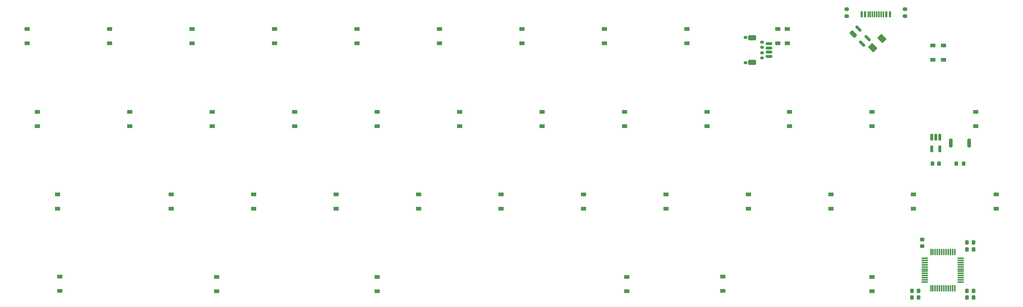
<source format=gbr>
G04 #@! TF.GenerationSoftware,KiCad,Pcbnew,8.0.8*
G04 #@! TF.CreationDate,2025-05-03T21:43:53+02:00*
G04 #@! TF.ProjectId,PowerVan JST revision,506f7765-7256-4616-9e20-4a5354207265,rev?*
G04 #@! TF.SameCoordinates,Original*
G04 #@! TF.FileFunction,Paste,Bot*
G04 #@! TF.FilePolarity,Positive*
%FSLAX46Y46*%
G04 Gerber Fmt 4.6, Leading zero omitted, Abs format (unit mm)*
G04 Created by KiCad (PCBNEW 8.0.8) date 2025-05-03 21:43:53*
%MOMM*%
%LPD*%
G01*
G04 APERTURE LIST*
G04 Aperture macros list*
%AMRoundRect*
0 Rectangle with rounded corners*
0 $1 Rounding radius*
0 $2 $3 $4 $5 $6 $7 $8 $9 X,Y pos of 4 corners*
0 Add a 4 corners polygon primitive as box body*
4,1,4,$2,$3,$4,$5,$6,$7,$8,$9,$2,$3,0*
0 Add four circle primitives for the rounded corners*
1,1,$1+$1,$2,$3*
1,1,$1+$1,$4,$5*
1,1,$1+$1,$6,$7*
1,1,$1+$1,$8,$9*
0 Add four rect primitives between the rounded corners*
20,1,$1+$1,$2,$3,$4,$5,0*
20,1,$1+$1,$4,$5,$6,$7,0*
20,1,$1+$1,$6,$7,$8,$9,0*
20,1,$1+$1,$8,$9,$2,$3,0*%
G04 Aperture macros list end*
%ADD10R,1.200000X0.900000*%
%ADD11R,0.600000X1.450000*%
%ADD12R,0.300000X1.450000*%
%ADD13RoundRect,0.225000X-0.225000X-0.250000X0.225000X-0.250000X0.225000X0.250000X-0.225000X0.250000X0*%
%ADD14RoundRect,0.200000X-0.200000X-0.800000X0.200000X-0.800000X0.200000X0.800000X-0.200000X0.800000X0*%
%ADD15RoundRect,0.225000X0.250000X-0.225000X0.250000X0.225000X-0.250000X0.225000X-0.250000X-0.225000X0*%
%ADD16RoundRect,0.200000X0.275000X-0.200000X0.275000X0.200000X-0.275000X0.200000X-0.275000X-0.200000X0*%
%ADD17RoundRect,0.250001X-0.114905X0.768977X-0.768977X0.114905X0.114905X-0.768977X0.768977X-0.114905X0*%
%ADD18RoundRect,0.150000X0.625000X-0.150000X0.625000X0.150000X-0.625000X0.150000X-0.625000X-0.150000X0*%
%ADD19RoundRect,0.250000X0.650000X-0.350000X0.650000X0.350000X-0.650000X0.350000X-0.650000X-0.350000X0*%
%ADD20RoundRect,0.225000X0.225000X0.250000X-0.225000X0.250000X-0.225000X-0.250000X0.225000X-0.250000X0*%
%ADD21RoundRect,0.225000X0.375000X-0.225000X0.375000X0.225000X-0.375000X0.225000X-0.375000X-0.225000X0*%
%ADD22RoundRect,0.200000X-0.200000X-0.275000X0.200000X-0.275000X0.200000X0.275000X-0.200000X0.275000X0*%
%ADD23RoundRect,0.250000X-0.601041X0.247487X0.247487X-0.601041X0.601041X-0.247487X-0.247487X0.601041X0*%
%ADD24RoundRect,0.150000X-0.601041X0.388909X0.388909X-0.601041X0.601041X-0.388909X-0.388909X0.601041X0*%
%ADD25RoundRect,0.075000X0.075000X-0.662500X0.075000X0.662500X-0.075000X0.662500X-0.075000X-0.662500X0*%
%ADD26RoundRect,0.075000X0.662500X-0.075000X0.662500X0.075000X-0.662500X0.075000X-0.662500X-0.075000X0*%
%ADD27RoundRect,0.162500X-0.162500X0.617500X-0.162500X-0.617500X0.162500X-0.617500X0.162500X0.617500X0*%
%ADD28RoundRect,0.150000X0.275000X-0.150000X0.275000X0.150000X-0.275000X0.150000X-0.275000X-0.150000X0*%
%ADD29RoundRect,0.175000X0.225000X-0.175000X0.225000X0.175000X-0.225000X0.175000X-0.225000X-0.175000X0*%
G04 APERTURE END LIST*
D10*
X413957000Y-210470000D03*
X413957000Y-207170000D03*
X328613000Y-229512000D03*
X328613000Y-226212000D03*
X394859500Y-210462000D03*
X394859500Y-207162000D03*
X271034500Y-229512000D03*
X271034500Y-226212000D03*
X197644250Y-229456500D03*
X197644250Y-226156500D03*
X233950500Y-229512000D03*
X233950500Y-226212000D03*
X350838000Y-229456500D03*
X350838000Y-226156500D03*
X385334500Y-229512000D03*
X385334500Y-226212000D03*
X271034500Y-191412000D03*
X271034500Y-188112000D03*
X409258000Y-191412000D03*
X409258000Y-188112000D03*
X261509500Y-210462000D03*
X261509500Y-207162000D03*
X375809500Y-210462000D03*
X375809500Y-207162000D03*
X356759500Y-210462000D03*
X356759500Y-207162000D03*
X280559500Y-210462000D03*
X280559500Y-207162000D03*
X337709500Y-210462000D03*
X337709500Y-207162000D03*
X192469000Y-191412000D03*
X192469000Y-188112000D03*
X318659500Y-210462000D03*
X318659500Y-207162000D03*
X242459500Y-210462000D03*
X242459500Y-207162000D03*
X366284500Y-191412000D03*
X366284500Y-188112000D03*
X232934500Y-191412000D03*
X232934500Y-188112000D03*
X213884500Y-191412000D03*
X213884500Y-188112000D03*
X347234500Y-191412000D03*
X347234500Y-188112000D03*
X290084500Y-191412000D03*
X290084500Y-188112000D03*
X309134500Y-191412000D03*
X309134500Y-188112000D03*
X299609500Y-210462000D03*
X299609500Y-207162000D03*
X223409500Y-210462000D03*
X223409500Y-207162000D03*
X385334500Y-191412000D03*
X385334500Y-188112000D03*
X328184500Y-191412000D03*
X328184500Y-188112000D03*
X251984500Y-191412000D03*
X251984500Y-188112000D03*
X342503750Y-172298500D03*
X342503750Y-168998500D03*
X399352000Y-172753000D03*
X399352000Y-176053000D03*
X365770000Y-172306500D03*
X365770000Y-169006500D03*
X323453750Y-172298500D03*
X323453750Y-168998500D03*
X209153750Y-172298500D03*
X209153750Y-168998500D03*
X304403750Y-172298500D03*
X304403750Y-168998500D03*
X285353750Y-172298500D03*
X285353750Y-168998500D03*
X266303750Y-172298500D03*
X266303750Y-168998500D03*
X228203750Y-172298500D03*
X228203750Y-168998500D03*
X247253750Y-172298500D03*
X247253750Y-168998500D03*
X401765000Y-176053000D03*
X401765000Y-172753000D03*
X363538000Y-172298500D03*
X363538000Y-168998500D03*
X197168000Y-210462000D03*
X197168000Y-207162000D03*
D11*
X382909500Y-165600250D03*
X383709500Y-165600250D03*
D12*
X384909500Y-165600250D03*
X385909500Y-165600250D03*
X386409500Y-165600250D03*
X387409500Y-165600250D03*
D11*
X388609500Y-165600250D03*
X389409500Y-165600250D03*
X389409500Y-165600250D03*
X388609500Y-165600250D03*
D12*
X387909500Y-165600250D03*
X386909500Y-165600250D03*
X385409500Y-165600250D03*
X384409500Y-165600250D03*
D11*
X383709500Y-165600250D03*
X382909500Y-165600250D03*
D13*
X407213000Y-230981500D03*
X408763000Y-230981500D03*
D14*
X403506750Y-195262750D03*
X407706750Y-195262750D03*
D15*
X396875500Y-219075250D03*
X396875500Y-217525250D03*
D16*
X392906750Y-166025250D03*
X392906750Y-164375250D03*
D17*
X387608571Y-171192179D03*
X385504929Y-173295821D03*
D18*
X361462803Y-175331500D03*
X361462803Y-174331500D03*
X361462803Y-173331500D03*
X361462803Y-172331500D03*
D19*
X357587803Y-176631500D03*
X357587803Y-171031500D03*
D16*
X379413000Y-166025250D03*
X379413000Y-164375250D03*
D13*
X399275500Y-200025250D03*
X400825500Y-200025250D03*
D20*
X396063000Y-230981500D03*
X394513000Y-230981500D03*
D13*
X407213000Y-229394000D03*
X408763000Y-229394000D03*
D21*
X190100500Y-172306500D03*
X190100500Y-169006500D03*
D22*
X404781750Y-200025250D03*
X406431750Y-200025250D03*
D23*
X380997010Y-170126170D03*
D24*
X382199091Y-168924088D03*
X384320412Y-171045409D03*
X382976909Y-172388912D03*
D20*
X396063000Y-229394000D03*
X394513000Y-229394000D03*
D13*
X407213000Y-219869000D03*
X408763000Y-219869000D03*
D25*
X404388000Y-228794000D03*
X403888000Y-228794000D03*
X403388000Y-228794000D03*
X402888000Y-228794000D03*
X402388000Y-228794000D03*
X401888000Y-228794000D03*
X401388000Y-228794000D03*
X400888000Y-228794000D03*
X400388000Y-228794000D03*
X399888000Y-228794000D03*
X399388000Y-228794000D03*
X398888000Y-228794000D03*
D26*
X397475500Y-227381500D03*
X397475500Y-226881500D03*
X397475500Y-226381500D03*
X397475500Y-225881500D03*
X397475500Y-225381500D03*
X397475500Y-224881500D03*
X397475500Y-224381500D03*
X397475500Y-223881500D03*
X397475500Y-223381500D03*
X397475500Y-222881500D03*
X397475500Y-222381500D03*
X397475500Y-221881500D03*
D25*
X398888000Y-220469000D03*
X399388000Y-220469000D03*
X399888000Y-220469000D03*
X400388000Y-220469000D03*
X400888000Y-220469000D03*
X401388000Y-220469000D03*
X401888000Y-220469000D03*
X402388000Y-220469000D03*
X402888000Y-220469000D03*
X403388000Y-220469000D03*
X403888000Y-220469000D03*
X404388000Y-220469000D03*
D26*
X405800500Y-221881500D03*
X405800500Y-222381500D03*
X405800500Y-222881500D03*
X405800500Y-223381500D03*
X405800500Y-223881500D03*
X405800500Y-224381500D03*
X405800500Y-224881500D03*
X405800500Y-225381500D03*
X405800500Y-225881500D03*
X405800500Y-226381500D03*
X405800500Y-226881500D03*
X405800500Y-227381500D03*
D13*
X407194250Y-218281500D03*
X408744250Y-218281500D03*
D27*
X399100500Y-193912750D03*
X400050500Y-193912750D03*
X401000500Y-193912750D03*
X401000500Y-196612750D03*
X399100500Y-196612750D03*
D28*
X359856750Y-175631500D03*
X359856750Y-174431500D03*
X359856750Y-173231500D03*
X359856750Y-172031500D03*
D29*
X356081750Y-176781500D03*
X356081750Y-170881500D03*
M02*

</source>
